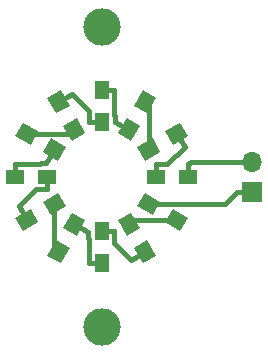
<source format=gbr>
G04 #@! TF.FileFunction,Copper,L1,Top,Signal*
%FSLAX46Y46*%
G04 Gerber Fmt 4.6, Leading zero omitted, Abs format (unit mm)*
G04 Created by KiCad (PCBNEW 4.0.7-e2-6376~58~ubuntu16.04.1) date Fri Jun  1 11:33:50 2018*
%MOMM*%
%LPD*%
G01*
G04 APERTURE LIST*
%ADD10C,0.100000*%
%ADD11R,1.500000X1.300000*%
%ADD12R,1.300000X1.500000*%
%ADD13R,1.700000X1.700000*%
%ADD14O,1.700000X1.700000*%
%ADD15C,3.175000*%
%ADD16C,0.381000*%
G04 APERTURE END LIST*
D10*
D11*
X55419000Y-50800000D03*
X58119000Y-50800000D03*
D10*
G36*
X54475647Y-49428417D02*
X53825647Y-48302583D01*
X55124685Y-47552583D01*
X55774685Y-48678417D01*
X54475647Y-49428417D01*
X54475647Y-49428417D01*
G37*
G36*
X56813915Y-48078417D02*
X56163915Y-46952583D01*
X57462953Y-46202583D01*
X58112953Y-47328417D01*
X56813915Y-48078417D01*
X56813915Y-48078417D01*
G37*
G36*
X53297417Y-47774353D02*
X52171583Y-47124353D01*
X52921583Y-45825315D01*
X54047417Y-46475315D01*
X53297417Y-47774353D01*
X53297417Y-47774353D01*
G37*
G36*
X54647417Y-45436085D02*
X53521583Y-44786085D01*
X54271583Y-43487047D01*
X55397417Y-44137047D01*
X54647417Y-45436085D01*
X54647417Y-45436085D01*
G37*
D12*
X50800000Y-46181000D03*
X50800000Y-43481000D03*
D10*
G36*
X49428417Y-47124353D02*
X48302583Y-47774353D01*
X47552583Y-46475315D01*
X48678417Y-45825315D01*
X49428417Y-47124353D01*
X49428417Y-47124353D01*
G37*
G36*
X48078417Y-44786085D02*
X46952583Y-45436085D01*
X46202583Y-44137047D01*
X47328417Y-43487047D01*
X48078417Y-44786085D01*
X48078417Y-44786085D01*
G37*
G36*
X47774353Y-48302583D02*
X47124353Y-49428417D01*
X45825315Y-48678417D01*
X46475315Y-47552583D01*
X47774353Y-48302583D01*
X47774353Y-48302583D01*
G37*
G36*
X45436085Y-46952583D02*
X44786085Y-48078417D01*
X43487047Y-47328417D01*
X44137047Y-46202583D01*
X45436085Y-46952583D01*
X45436085Y-46952583D01*
G37*
D11*
X46181000Y-50800000D03*
X43481000Y-50800000D03*
D10*
G36*
X47124353Y-52171583D02*
X47774353Y-53297417D01*
X46475315Y-54047417D01*
X45825315Y-52921583D01*
X47124353Y-52171583D01*
X47124353Y-52171583D01*
G37*
G36*
X44786085Y-53521583D02*
X45436085Y-54647417D01*
X44137047Y-55397417D01*
X43487047Y-54271583D01*
X44786085Y-53521583D01*
X44786085Y-53521583D01*
G37*
G36*
X48302583Y-53825647D02*
X49428417Y-54475647D01*
X48678417Y-55774685D01*
X47552583Y-55124685D01*
X48302583Y-53825647D01*
X48302583Y-53825647D01*
G37*
G36*
X46952583Y-56163915D02*
X48078417Y-56813915D01*
X47328417Y-58112953D01*
X46202583Y-57462953D01*
X46952583Y-56163915D01*
X46952583Y-56163915D01*
G37*
D12*
X50800000Y-55419000D03*
X50800000Y-58119000D03*
D10*
G36*
X52171583Y-54475647D02*
X53297417Y-53825647D01*
X54047417Y-55124685D01*
X52921583Y-55774685D01*
X52171583Y-54475647D01*
X52171583Y-54475647D01*
G37*
G36*
X53521583Y-56813915D02*
X54647417Y-56163915D01*
X55397417Y-57462953D01*
X54271583Y-58112953D01*
X53521583Y-56813915D01*
X53521583Y-56813915D01*
G37*
G36*
X53825647Y-53297417D02*
X54475647Y-52171583D01*
X55774685Y-52921583D01*
X55124685Y-54047417D01*
X53825647Y-53297417D01*
X53825647Y-53297417D01*
G37*
G36*
X56163915Y-54647417D02*
X56813915Y-53521583D01*
X58112953Y-54271583D01*
X57462953Y-55397417D01*
X56163915Y-54647417D01*
X56163915Y-54647417D01*
G37*
D13*
X63500000Y-52070000D03*
D14*
X63500000Y-49530000D03*
D15*
X50800000Y-38100000D03*
X50800000Y-63500000D03*
D16*
X56367800Y-49756000D02*
X55419000Y-49756000D01*
X57813700Y-48310100D02*
X56367800Y-49756000D01*
X57138400Y-47140500D02*
X57813700Y-48310100D01*
X55419000Y-50800000D02*
X55419000Y-49756000D01*
X58345000Y-49530000D02*
X58119000Y-49756000D01*
X63500000Y-49530000D02*
X58345000Y-49530000D01*
X58119000Y-50800000D02*
X58119000Y-49756000D01*
X54800200Y-44802300D02*
X54800200Y-48490500D01*
X54459500Y-44461600D02*
X54800200Y-44802300D01*
X51940000Y-45630300D02*
X51940000Y-46124500D01*
X51844000Y-45534300D02*
X51940000Y-45630300D01*
X51844000Y-43481000D02*
X51844000Y-45534300D01*
X50800000Y-43481000D02*
X51844000Y-43481000D01*
X53109500Y-46799800D02*
X51940000Y-46124500D01*
X49756000Y-45232200D02*
X49756000Y-46181000D01*
X48310100Y-43786300D02*
X49756000Y-45232200D01*
X47140500Y-44461600D02*
X48310100Y-43786300D01*
X50800000Y-46181000D02*
X49756000Y-46181000D01*
X48149800Y-47140500D02*
X48490500Y-46799800D01*
X44461600Y-47140500D02*
X48149800Y-47140500D01*
X45630300Y-49660000D02*
X46124500Y-49660000D01*
X45534300Y-49756000D02*
X45630300Y-49660000D01*
X43481000Y-49756000D02*
X45534300Y-49756000D01*
X43481000Y-50800000D02*
X43481000Y-49756000D01*
X46799800Y-48490500D02*
X46124500Y-49660000D01*
X45232200Y-51844000D02*
X46181000Y-51844000D01*
X43786300Y-53289900D02*
X45232200Y-51844000D01*
X44461600Y-54459500D02*
X43786300Y-53289900D01*
X46181000Y-50800000D02*
X46181000Y-51844000D01*
X46799800Y-56797700D02*
X46799800Y-53109500D01*
X47140500Y-57138400D02*
X46799800Y-56797700D01*
X49660000Y-55969700D02*
X49660000Y-55475500D01*
X49756000Y-56065700D02*
X49660000Y-55969700D01*
X49756000Y-58119000D02*
X49756000Y-56065700D01*
X50800000Y-58119000D02*
X49756000Y-58119000D01*
X48490500Y-54800200D02*
X49660000Y-55475500D01*
X51844000Y-56367800D02*
X51844000Y-55419000D01*
X53289900Y-57813700D02*
X51844000Y-56367800D01*
X54459500Y-57138400D02*
X53289900Y-57813700D01*
X50800000Y-55419000D02*
X51844000Y-55419000D01*
X53450200Y-54459500D02*
X53109500Y-54800200D01*
X57138400Y-54459500D02*
X53450200Y-54459500D01*
X61216500Y-53109500D02*
X54800200Y-53109500D01*
X62256000Y-52070000D02*
X61216500Y-53109500D01*
X63500000Y-52070000D02*
X62256000Y-52070000D01*
M02*

</source>
